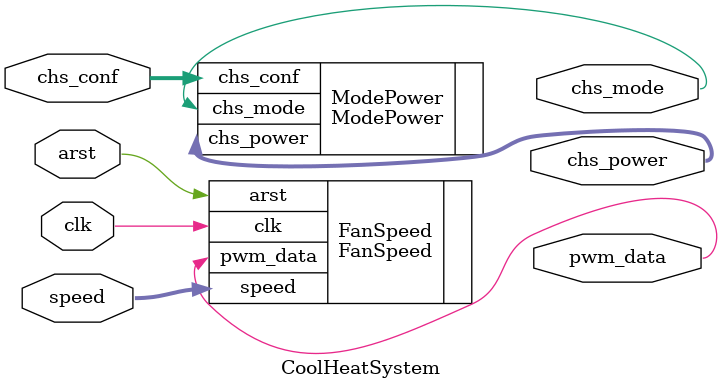
<source format=v>
/*--  *******************************************************
--  Computer Architecture Course, Laboratory Sources 
--  Amirkabir University of Technology (Tehran Polytechnic)
--  Department of Computer Engineering (CE-AUT)
--  https://ce[dot]aut[dot]ac[dot]ir
--  *******************************************************
--  All Rights reserved (C) 2019-2020
--  *******************************************************
--  Student ID  : 
--  Student Name: 
--  Student Mail: 
--  *******************************************************
--  Additional Comments:
--
--*/

/*-----------------------------------------------------------
---  Module Name: Cool Heat System
---  Description: Module3:
-----------------------------------------------------------*/
`timescale 1 ns/1 ns

module CoolHeatSystem (
	input arst , // reset [asynch]  
	input clk  , // clock [posedge] 
	input[7:0] speed , // speed [duty-cycle]  
	input[7:0]chs_conf, // degree [temprature] 
	output[3:0] chs_power , // power  [cooler/heater] 
	output chs_mode , // model  [heat=1/cool=0]
	output pwm_data    // data  [output]
);

	/* write your code here */
	
	ModePower ModePower(
		.chs_conf(chs_conf)  , 
		.chs_power(chs_power) ,
		.chs_mode(chs_mode) 
	);
	
	FanSpeed FanSpeed(
		.arst(arst),
		.clk(clk),
		.speed(speed),
		.pwm_data(pwm_data)
	);	
	/* write your code here */

endmodule

</source>
